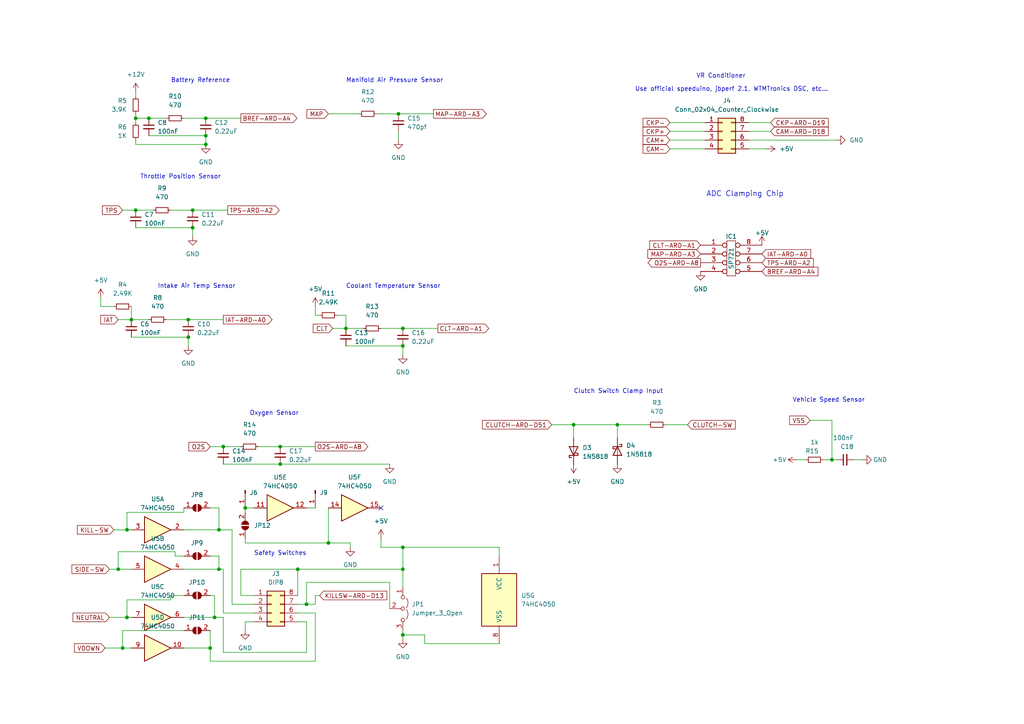
<source format=kicad_sch>
(kicad_sch (version 20211123) (generator eeschema)
  (paper "A4")
  (lib_symbols
    (symbol "4xxx:4050" (pin_names (offset 1.016))
      (property "Reference" "U" (at 0 1.27 0))
      (property "Value" "4050" (at 0 -1.27 0))
      (symbol "4050_1_0"
        (polyline (pts (xy -3.81 3.81) (xy -3.81 -3.81) (xy 3.81 0) (xy -3.81 3.81)) (stroke (width 0.254)) (fill (type background)))
        (pin output line (at 7.62 0 180) (length 3.81) (name "~") (number "2"))
        (pin input line (at -7.62 0 0) (length 3.81) (name "~") (number "3"))
      )
      (symbol "4050_2_0"
        (polyline (pts (xy -3.81 3.81) (xy -3.81 -3.81) (xy 3.81 0) (xy -3.81 3.81)) (stroke (width 0.254)) (fill (type background)))
        (pin output line (at 7.62 0 180) (length 3.81) (name "~") (number "4"))
        (pin input line (at -7.62 0 0) (length 3.81) (name "~") (number "5"))
      )
      (symbol "4050_3_0"
        (polyline (pts (xy -3.81 3.81) (xy -3.81 -3.81) (xy 3.81 0) (xy -3.81 3.81)) (stroke (width 0.254)) (fill (type background)))
        (pin output line (at 7.62 0 180) (length 3.81) (name "~") (number "6"))
        (pin input line (at -7.62 0 0) (length 3.81) (name "~") (number "7"))
      )
      (symbol "4050_4_0"
        (polyline (pts (xy -3.81 3.81) (xy -3.81 -3.81) (xy 3.81 0) (xy -3.81 3.81)) (stroke (width 0.254)) (fill (type background)))
        (pin output line (at 7.62 0 180) (length 3.81) (name "~") (number "10"))
        (pin input line (at -7.62 0 0) (length 3.81) (name "~") (number "9"))
      )
      (symbol "4050_5_0"
        (polyline (pts (xy -3.81 3.81) (xy -3.81 -3.81) (xy 3.81 0) (xy -3.81 3.81)) (stroke (width 0.254)) (fill (type background)))
        (pin input line (at -7.62 0 0) (length 3.81) (name "~") (number "11"))
        (pin output line (at 7.62 0 180) (length 3.81) (name "~") (number "12"))
      )
      (symbol "4050_6_0"
        (polyline (pts (xy -3.81 3.81) (xy -3.81 -3.81) (xy 3.81 0) (xy -3.81 3.81)) (stroke (width 0.254)) (fill (type background)))
        (pin input line (at -7.62 0 0) (length 3.81) (name "~") (number "14"))
        (pin output line (at 7.62 0 180) (length 3.81) (name "~") (number "15"))
      )
      (symbol "4050_7_0"
        (pin power_in line (at 0 12.7 270) (length 5.08) (name "VCC") (number "1"))
        (pin power_in line (at 0 -12.7 90) (length 5.08) (name "VSS") (number "8"))
      )
      (symbol "4050_7_1"
        (rectangle (start -5.08 7.62) (end 5.08 -7.62) (stroke (width 0.254)) (fill (type background)))
      )
    )
    (symbol "Connector:Conn_01x01_Male" (pin_names (offset 1.016) hide)
      (property "Reference" "J" (at 0 2.54 0))
      (property "Value" "Conn_01x01_Male" (at 0 -2.54 0))
      (symbol "Conn_01x01_Male_1_1"
        (polyline (pts (xy 1.27 0) (xy 0.8636 0)) (stroke (width 0.1524)))
        (rectangle (start 0.8636 0.127) (end 0 -0.127) (stroke (width 0.1524)) (fill (type outline)))
        (pin passive line (at 5.08 0 180) (length 3.81) (name "Pin_1") (number "1"))
      )
    )
    (symbol "Connector_Generic:Conn_02x04_Counter_Clockwise" (pin_names (offset 1.016) hide)
      (property "Reference" "J" (at 1.27 5.08 0))
      (property "Value" "Conn_02x04_Counter_Clockwise" (at 1.27 -7.62 0))
      (symbol "Conn_02x04_Counter_Clockwise_1_1"
        (rectangle (start -1.27 -4.953) (end 0 -5.207) (stroke (width 0.1524)))
        (rectangle (start -1.27 -2.413) (end 0 -2.667) (stroke (width 0.1524)))
        (rectangle (start -1.27 0.127) (end 0 -0.127) (stroke (width 0.1524)))
        (rectangle (start -1.27 2.667) (end 0 2.413) (stroke (width 0.1524)))
        (rectangle (start -1.27 3.81) (end 3.81 -6.35) (stroke (width 0.254)) (fill (type background)))
        (rectangle (start 3.81 -4.953) (end 2.54 -5.207) (stroke (width 0.1524)))
        (rectangle (start 3.81 -2.413) (end 2.54 -2.667) (stroke (width 0.1524)))
        (rectangle (start 3.81 0.127) (end 2.54 -0.127) (stroke (width 0.1524)))
        (rectangle (start 3.81 2.667) (end 2.54 2.413) (stroke (width 0.1524)))
        (pin passive line (at -5.08 2.54 0) (length 3.81) (name "Pin_1") (number "1"))
        (pin passive line (at -5.08 0 0) (length 3.81) (name "Pin_2") (number "2"))
        (pin passive line (at -5.08 -2.54 0) (length 3.81) (name "Pin_3") (number "3"))
        (pin passive line (at -5.08 -5.08 0) (length 3.81) (name "Pin_4") (number "4"))
        (pin passive line (at 7.62 -5.08 180) (length 3.81) (name "Pin_5") (number "5"))
        (pin passive line (at 7.62 -2.54 180) (length 3.81) (name "Pin_6") (number "6"))
        (pin passive line (at 7.62 0 180) (length 3.81) (name "Pin_7") (number "7"))
        (pin passive line (at 7.62 2.54 180) (length 3.81) (name "Pin_8") (number "8"))
      )
    )
    (symbol "Device:C_Small" (pin_numbers hide) (pin_names (offset 0.254) hide)
      (property "Reference" "C" (at 0.254 1.778 0))
      (property "Value" "C_Small" (at 0.254 -2.032 0))
      (symbol "C_Small_0_1"
        (polyline (pts (xy -1.524 -0.508) (xy 1.524 -0.508)) (stroke (width 0.3302)))
        (polyline (pts (xy -1.524 0.508) (xy 1.524 0.508)) (stroke (width 0.3048)))
      )
      (symbol "C_Small_1_1"
        (pin passive line (at 0 2.54 270) (length 2.032) (name "~") (number "1"))
        (pin passive line (at 0 -2.54 90) (length 2.032) (name "~") (number "2"))
      )
    )
    (symbol "Device:D_Schottky" (pin_numbers hide) (pin_names (offset 1.016) hide)
      (property "Reference" "D" (at 0 2.54 0))
      (property "Value" "D_Schottky" (at 0 -2.54 0))
      (symbol "D_Schottky_0_1"
        (polyline (pts (xy 1.27 0) (xy -1.27 0)))
        (polyline (pts (xy 1.27 1.27) (xy 1.27 -1.27) (xy -1.27 0) (xy 1.27 1.27)) (stroke (width 0.254)))
        (polyline (pts (xy -1.905 0.635) (xy -1.905 1.27) (xy -1.27 1.27) (xy -1.27 -1.27) (xy -0.635 -1.27) (xy -0.635 -0.635)) (stroke (width 0.254)))
      )
      (symbol "D_Schottky_1_1"
        (pin passive line (at -3.81 0 0) (length 2.54) (name "K") (number "1"))
        (pin passive line (at 3.81 0 180) (length 2.54) (name "A") (number "2"))
      )
    )
    (symbol "Device:R_Small" (pin_numbers hide) (pin_names (offset 0.254) hide)
      (property "Reference" "R" (at 0.762 0.508 0))
      (property "Value" "R_Small" (at 0.762 -1.016 0))
      (symbol "R_Small_0_1"
        (rectangle (start -0.762 1.778) (end 0.762 -1.778) (stroke (width 0.2032)))
      )
      (symbol "R_Small_1_1"
        (pin passive line (at 0 2.54 270) (length 0.762) (name "~") (number "1"))
        (pin passive line (at 0 -2.54 90) (length 0.762) (name "~") (number "2"))
      )
    )
    (symbol "Jumper:Jumper_3_Open" (pin_names (offset 0) hide)
      (property "Reference" "JP" (at -2.54 -2.54 0))
      (property "Value" "Jumper_3_Open" (at 0 2.794 0))
      (symbol "Jumper_3_Open_0_0"
        (circle (center -3.302 0) (radius 0.508))
        (circle (center 0 0) (radius 0.508))
        (circle (center 3.302 0) (radius 0.508))
      )
      (symbol "Jumper_3_Open_0_1"
        (arc (start -0.254 1.016) (mid -1.651 1.4992) (end -3.048 1.016))
        (polyline (pts (xy 0 -0.508) (xy 0 -1.27)))
        (arc (start 3.048 1.016) (mid 1.651 1.4992) (end 0.254 1.016))
      )
      (symbol "Jumper_3_Open_1_1"
        (pin passive line (at -6.35 0 0) (length 2.54) (name "A") (number "1"))
        (pin input line (at 0 -3.81 90) (length 2.54) (name "C") (number "2"))
        (pin passive line (at 6.35 0 180) (length 2.54) (name "B") (number "3"))
      )
    )
    (symbol "Jumper:SolderJumper_2_Open" (pin_names (offset 0) hide)
      (property "Reference" "JP" (at 0 2.032 0))
      (property "Value" "SolderJumper_2_Open" (at 0 -2.54 0))
      (symbol "SolderJumper_2_Open_0_1"
        (arc (start -0.254 1.016) (mid -1.27 0) (end -0.254 -1.016))
        (arc (start -0.254 1.016) (mid -1.27 0) (end -0.254 -1.016) (fill (type outline)))
        (polyline (pts (xy -0.254 1.016) (xy -0.254 -1.016)))
        (polyline (pts (xy 0.254 1.016) (xy 0.254 -1.016)))
        (arc (start 0.254 -1.016) (mid 1.27 0) (end 0.254 1.016))
        (arc (start 0.254 -1.016) (mid 1.27 0) (end 0.254 1.016) (fill (type outline)))
      )
      (symbol "SolderJumper_2_Open_1_1"
        (pin passive line (at -3.81 0 0) (length 2.54) (name "A") (number "1"))
        (pin passive line (at 3.81 0 180) (length 2.54) (name "B") (number "2"))
      )
    )
    (symbol "modules:DIL8" (pin_names (offset 1.016) hide)
      (property "Reference" "P" (at 0 6.35 0))
      (property "Value" "modules_DIL8" (at 0 0 90))
      (symbol "DIL8_0_1"
        (rectangle (start -1.27 5.08) (end 1.27 -5.08))
      )
      (symbol "DIL8_1_1"
        (pin passive inverted (at -8.89 3.81 0) (length 7.62) (name "P1") (number "1"))
        (pin passive inverted (at -8.89 1.27 0) (length 7.62) (name "P2") (number "2"))
        (pin passive inverted (at -8.89 -1.27 0) (length 7.62) (name "P3") (number "3"))
        (pin passive inverted (at -8.89 -3.81 0) (length 7.62) (name "P4") (number "4"))
        (pin passive inverted (at 8.89 -3.81 180) (length 7.62) (name "P5") (number "5"))
        (pin passive inverted (at 8.89 -1.27 180) (length 7.62) (name "P6") (number "6"))
        (pin passive inverted (at 8.89 1.27 180) (length 7.62) (name "P7") (number "7"))
        (pin passive inverted (at 8.89 3.81 180) (length 7.62) (name "P8") (number "8"))
      )
    )
    (symbol "power:+12V" (power) (pin_names (offset 0))
      (property "Value" "+12V" (at 0 3.556 0))
      (symbol "+12V_0_1"
        (polyline (pts (xy -0.762 1.27) (xy 0 2.54)))
        (polyline (pts (xy 0 0) (xy 0 2.54)))
        (polyline (pts (xy 0 2.54) (xy 0.762 1.27)))
      )
      (symbol "+12V_1_1"
        (pin power_in line (at 0 0 90) (length 0) hide (name "+12V") (number "1"))
      )
    )
    (symbol "power:+5V" (power) (pin_names (offset 0))
      (property "Value" "+5V" (at 0 3.556 0))
      (symbol "+5V_0_1"
        (polyline (pts (xy -0.762 1.27) (xy 0 2.54)))
        (polyline (pts (xy 0 0) (xy 0 2.54)))
        (polyline (pts (xy 0 2.54) (xy 0.762 1.27)))
      )
      (symbol "+5V_1_1"
        (pin power_in line (at 0 0 90) (length 0) hide (name "+5V") (number "1"))
      )
    )
    (symbol "power:GND" (power) (pin_names (offset 0))
      (property "Value" "GND" (at 0 -3.81 0))
      (symbol "GND_0_1"
        (polyline (pts (xy 0 0) (xy 0 -1.27) (xy 1.27 -1.27) (xy 0 -2.54) (xy -1.27 -1.27) (xy 0 -1.27)))
      )
      (symbol "GND_1_1"
        (pin power_in line (at 0 0 270) (length 0) hide (name "GND") (number "1"))
      )
    )
  )
  (junction (at 54.61 92.71))
  (junction (at 116.84 184.15))
  (junction (at 35.56 187.96))
  (junction (at 86.36 165.1))
  (junction (at 36.83 153.67))
  (junction (at 116.84 100.33))
  (junction (at 115.57 33.02))
  (junction (at 95.25 157.48))
  (junction (at 88.9 175.26))
  (junction (at 116.84 158.75))
  (junction (at 63.5 153.67))
  (junction (at 62.23 179.07))
  (junction (at 179.07 123.19))
  (junction (at 59.69 39.37))
  (junction (at 34.29 165.1))
  (junction (at 81.28 134.62))
  (junction (at 116.84 95.25))
  (junction (at 36.83 179.07))
  (junction (at 63.5 165.1))
  (junction (at 54.61 97.79))
  (junction (at 39.37 60.96))
  (junction (at 55.88 66.04))
  (junction (at 116.84 165.1))
  (junction (at 241.3 133.35))
  (junction (at 166.37 123.19))
  (junction (at 100.33 95.25))
  (junction (at 60.96 187.96))
  (junction (at 64.77 129.54))
  (junction (at 55.88 60.96))
  (junction (at 39.37 34.29))
  (junction (at 71.12 147.32))
  (junction (at 38.1 92.71))
  (junction (at 81.28 129.54))
  (junction (at 43.18 34.29))
  (junction (at 59.69 41.91))
  (junction (at 59.69 34.29))
  (no_connect (at 110.49 147.32))
  (wire (pts (xy 34.29 165.1) (xy 34.29 160.02)))
  (wire (pts (xy 62.23 179.07) (xy 64.77 179.07)))
  (wire (pts (xy 39.37 35.56) (xy 39.37 34.29)))
  (wire (pts (xy 59.69 34.29) (xy 69.85 34.29)))
  (wire (pts (xy 116.84 95.25) (xy 127 95.25)))
  (wire (pts (xy 36.83 153.67) (xy 36.83 148.59)))
  (wire (pts (xy 59.69 39.37) (xy 59.69 41.91)))
  (wire (pts (xy 241.3 121.92) (xy 241.3 133.35)))
  (wire (pts (xy 50.8 161.29) (xy 53.34 161.29)))
  (wire (pts (xy 247.65 133.35) (xy 250.19 133.35)))
  (wire (pts (xy 179.07 123.19) (xy 187.96 123.19)))
  (wire (pts (xy 36.83 148.59) (xy 53.34 148.59)))
  (wire (pts (xy 123.19 186.69) (xy 123.19 184.15)))
  (wire (pts (xy 91.44 175.26) (xy 91.44 172.72)))
  (wire (pts (xy 30.48 187.96) (xy 35.56 187.96)))
  (wire (pts (xy 116.84 165.1) (xy 116.84 170.18)))
  (wire (pts (xy 101.6 157.48) (xy 101.6 158.75)))
  (wire (pts (xy 35.56 187.96) (xy 38.1 187.96)))
  (wire (pts (xy 71.12 156.21) (xy 71.12 157.48)))
  (wire (pts (xy 64.77 179.07) (xy 64.77 189.23)))
  (wire (pts (xy 43.18 39.37) (xy 59.69 39.37)))
  (wire (pts (xy 194.31 43.18) (xy 204.47 43.18)))
  (wire (pts (xy 238.76 133.35) (xy 241.3 133.35)))
  (wire (pts (xy 100.33 95.25) (xy 105.41 95.25)))
  (wire (pts (xy 241.3 133.35) (xy 242.57 133.35)))
  (wire (pts (xy 91.44 177.8) (xy 86.36 177.8)))
  (wire (pts (xy 234.95 121.92) (xy 241.3 121.92)))
  (wire (pts (xy 53.34 34.29) (xy 59.69 34.29)))
  (wire (pts (xy 116.84 184.15) (xy 116.84 185.42)))
  (wire (pts (xy 166.37 123.19) (xy 179.07 123.19)))
  (wire (pts (xy 166.37 123.19) (xy 166.37 127)))
  (wire (pts (xy 50.8 160.02) (xy 50.8 161.29)))
  (wire (pts (xy 81.28 129.54) (xy 91.44 129.54)))
  (wire (pts (xy 217.17 43.18) (xy 222.25 43.18)))
  (wire (pts (xy 34.29 92.71) (xy 38.1 92.71)))
  (wire (pts (xy 54.61 92.71) (xy 64.77 92.71)))
  (wire (pts (xy 96.52 95.25) (xy 100.33 95.25)))
  (wire (pts (xy 54.61 97.79) (xy 54.61 100.33)))
  (wire (pts (xy 64.77 189.23) (xy 88.9 189.23)))
  (wire (pts (xy 86.36 172.72) (xy 86.36 165.1)))
  (wire (pts (xy 88.9 180.34) (xy 86.36 180.34)))
  (wire (pts (xy 88.9 168.91) (xy 88.9 175.26)))
  (wire (pts (xy 55.88 66.04) (xy 55.88 68.58)))
  (wire (pts (xy 39.37 40.64) (xy 39.37 41.91)))
  (wire (pts (xy 113.03 168.91) (xy 88.9 168.91)))
  (wire (pts (xy 35.56 182.88) (xy 53.34 182.88)))
  (wire (pts (xy 217.17 35.56) (xy 223.52 35.56)))
  (wire (pts (xy 60.96 161.29) (xy 63.5 161.29)))
  (wire (pts (xy 39.37 66.04) (xy 55.88 66.04)))
  (wire (pts (xy 113.03 176.53) (xy 113.03 168.91)))
  (wire (pts (xy 116.84 100.33) (xy 116.84 102.87)))
  (wire (pts (xy 49.53 173.99) (xy 36.83 173.99)))
  (wire (pts (xy 160.02 123.19) (xy 166.37 123.19)))
  (wire (pts (xy 53.34 172.72) (xy 49.53 172.72)))
  (wire (pts (xy 71.12 147.32) (xy 73.66 147.32)))
  (wire (pts (xy 144.78 158.75) (xy 144.78 161.29)))
  (wire (pts (xy 91.44 88.9) (xy 91.44 91.44)))
  (wire (pts (xy 64.77 134.62) (xy 81.28 134.62)))
  (wire (pts (xy 63.5 153.67) (xy 67.31 153.67)))
  (wire (pts (xy 31.75 165.1) (xy 34.29 165.1)))
  (wire (pts (xy 95.25 33.02) (xy 104.14 33.02)))
  (wire (pts (xy 48.26 92.71) (xy 54.61 92.71)))
  (wire (pts (xy 43.18 34.29) (xy 48.26 34.29)))
  (wire (pts (xy 34.29 165.1) (xy 38.1 165.1)))
  (wire (pts (xy 81.28 134.62) (xy 113.03 134.62)))
  (wire (pts (xy 64.77 165.1) (xy 64.77 177.8)))
  (wire (pts (xy 38.1 97.79) (xy 54.61 97.79)))
  (wire (pts (xy 100.33 91.44) (xy 100.33 95.25)))
  (wire (pts (xy 110.49 158.75) (xy 116.84 158.75)))
  (wire (pts (xy 49.53 172.72) (xy 49.53 173.99)))
  (wire (pts (xy 64.77 129.54) (xy 69.85 129.54)))
  (wire (pts (xy 67.31 175.26) (xy 73.66 175.26)))
  (wire (pts (xy 62.23 172.72) (xy 62.23 179.07)))
  (wire (pts (xy 63.5 165.1) (xy 64.77 165.1)))
  (wire (pts (xy 86.36 175.26) (xy 88.9 175.26)))
  (wire (pts (xy 217.17 38.1) (xy 223.52 38.1)))
  (wire (pts (xy 194.31 35.56) (xy 204.47 35.56)))
  (wire (pts (xy 60.96 147.32) (xy 63.5 147.32)))
  (wire (pts (xy 116.84 182.88) (xy 116.84 184.15)))
  (wire (pts (xy 110.49 156.21) (xy 110.49 158.75)))
  (wire (pts (xy 29.21 86.36) (xy 29.21 88.9)))
  (wire (pts (xy 86.36 165.1) (xy 116.84 165.1)))
  (wire (pts (xy 53.34 187.96) (xy 60.96 187.96)))
  (wire (pts (xy 53.34 153.67) (xy 63.5 153.67)))
  (wire (pts (xy 60.96 129.54) (xy 64.77 129.54)))
  (wire (pts (xy 95.25 147.32) (xy 95.25 157.48)))
  (wire (pts (xy 35.56 187.96) (xy 35.56 182.88)))
  (wire (pts (xy 63.5 161.29) (xy 63.5 165.1)))
  (wire (pts (xy 34.29 160.02) (xy 50.8 160.02)))
  (wire (pts (xy 144.78 186.69) (xy 123.19 186.69)))
  (wire (pts (xy 53.34 179.07) (xy 62.23 179.07)))
  (wire (pts (xy 100.33 100.33) (xy 116.84 100.33)))
  (wire (pts (xy 53.34 148.59) (xy 53.34 147.32)))
  (wire (pts (xy 110.49 95.25) (xy 116.84 95.25)))
  (wire (pts (xy 91.44 191.77) (xy 91.44 177.8)))
  (wire (pts (xy 91.44 172.72) (xy 92.71 172.72)))
  (wire (pts (xy 39.37 34.29) (xy 43.18 34.29)))
  (wire (pts (xy 71.12 180.34) (xy 73.66 180.34)))
  (wire (pts (xy 217.17 40.64) (xy 242.57 40.64)))
  (wire (pts (xy 88.9 175.26) (xy 91.44 175.26)))
  (wire (pts (xy 38.1 88.9) (xy 38.1 92.71)))
  (wire (pts (xy 67.31 153.67) (xy 67.31 175.26)))
  (wire (pts (xy 231.14 133.35) (xy 233.68 133.35)))
  (wire (pts (xy 49.53 60.96) (xy 55.88 60.96)))
  (wire (pts (xy 33.02 153.67) (xy 36.83 153.67)))
  (wire (pts (xy 39.37 60.96) (xy 44.45 60.96)))
  (wire (pts (xy 64.77 177.8) (xy 73.66 177.8)))
  (wire (pts (xy 115.57 33.02) (xy 125.73 33.02)))
  (wire (pts (xy 123.19 184.15) (xy 116.84 184.15)))
  (wire (pts (xy 88.9 189.23) (xy 88.9 180.34)))
  (wire (pts (xy 97.79 91.44) (xy 100.33 91.44)))
  (wire (pts (xy 69.85 172.72) (xy 69.85 165.1)))
  (wire (pts (xy 95.25 157.48) (xy 101.6 157.48)))
  (wire (pts (xy 74.93 129.54) (xy 81.28 129.54)))
  (wire (pts (xy 116.84 158.75) (xy 116.84 165.1)))
  (wire (pts (xy 73.66 172.72) (xy 69.85 172.72)))
  (wire (pts (xy 60.96 182.88) (xy 60.96 187.96)))
  (wire (pts (xy 91.44 91.44) (xy 92.71 91.44)))
  (wire (pts (xy 71.12 182.88) (xy 71.12 180.34)))
  (wire (pts (xy 194.31 38.1) (xy 204.47 38.1)))
  (wire (pts (xy 116.84 158.75) (xy 144.78 158.75)))
  (wire (pts (xy 69.85 165.1) (xy 86.36 165.1)))
  (wire (pts (xy 31.75 179.07) (xy 36.83 179.07)))
  (wire (pts (xy 60.96 187.96) (xy 60.96 191.77)))
  (wire (pts (xy 55.88 60.96) (xy 66.04 60.96)))
  (wire (pts (xy 194.31 40.64) (xy 204.47 40.64)))
  (wire (pts (xy 63.5 147.32) (xy 63.5 153.67)))
  (wire (pts (xy 71.12 148.59) (xy 71.12 147.32)))
  (wire (pts (xy 35.56 60.96) (xy 39.37 60.96)))
  (wire (pts (xy 60.96 172.72) (xy 62.23 172.72)))
  (wire (pts (xy 39.37 26.67) (xy 39.37 27.94)))
  (wire (pts (xy 88.9 147.32) (xy 91.44 147.32)))
  (wire (pts (xy 71.12 157.48) (xy 95.25 157.48)))
  (wire (pts (xy 38.1 92.71) (xy 43.18 92.71)))
  (wire (pts (xy 39.37 41.91) (xy 59.69 41.91)))
  (wire (pts (xy 36.83 179.07) (xy 38.1 179.07)))
  (wire (pts (xy 193.04 123.19) (xy 199.39 123.19)))
  (wire (pts (xy 109.22 33.02) (xy 115.57 33.02)))
  (wire (pts (xy 179.07 127) (xy 179.07 123.19)))
  (wire (pts (xy 29.21 88.9) (xy 33.02 88.9)))
  (wire (pts (xy 36.83 173.99) (xy 36.83 179.07)))
  (wire (pts (xy 36.83 153.67) (xy 38.1 153.67)))
  (wire (pts (xy 115.57 38.1) (xy 115.57 40.64)))
  (wire (pts (xy 60.96 191.77) (xy 91.44 191.77)))
  (wire (pts (xy 53.34 165.1) (xy 63.5 165.1)))
  (wire (pts (xy 39.37 33.02) (xy 39.37 34.29)))
  (text "Throttle Position Sensor" (at 40.64 52.07 0) (effects (font (size 1.27 1.27)) (justify left bottom)))
  (text "Coolant Temperature Sensor" (at 100.33 83.82 0) (effects (font (size 1.27 1.27)) (justify left bottom)))
  (text "Clutch Switch Clamp Input" (at 166.37 114.3 0) (effects (font (size 1.27 1.27)) (justify left bottom)))
  (text "Intake Air Temp Sensor" (at 45.72 83.82 0) (effects (font (size 1.27 1.27)) (justify left bottom)))
  (text "Manifold Air Pressure Sensor" (at 100.33 24.13 0) (effects (font (size 1.27 1.27)) (justify left bottom)))
  (text "Safety Switches" (at 73.66 161.29 0) (effects (font (size 1.27 1.27)) (justify left bottom)))
  (text "VR Conditioner" (at 201.93 22.86 0) (effects (font (size 1.27 1.27)) (justify left bottom)))
  (text "Vehicle Speed Sensor" (at 229.87 116.84 0) (effects (font (size 1.27 1.27)) (justify left bottom)))
  (text "Battery Reference" (at 49.53 24.13 0) (effects (font (size 1.27 1.27)) (justify left bottom)))
  (text "Use official speeduino, jbperf 2.1, WTMTronics DSC, etc..." (at 184.15 26.67 0) (effects (font (size 1.27 1.27)) (justify left bottom)))
  (text "ADC Clamping Chip\n\n" (at 227.33 59.69 180) (effects (font (size 1.524 1.524)) (justify right bottom)))
  (text "Oxygen Sensor" (at 72.39 120.65 0) (effects (font (size 1.27 1.27)) (justify left bottom)))
  (global_label "MAP-ARD-A3" (shape input) (at 203.2 73.66 180) (property "Intersheet References" "${INTERSHEET_REFS}" (effects hide)))
  (global_label "NEUTRAL" (shape input) (at 31.75 179.07 180) (property "Intersheet References" "${INTERSHEET_REFS}" (effects hide)))
  (global_label "CLT-ARD-A1" (shape input) (at 203.2 71.12 180) (property "Intersheet References" "${INTERSHEET_REFS}" (effects hide)))
  (global_label "SIDE-SW" (shape input) (at 31.75 165.1 180) (property "Intersheet References" "${INTERSHEET_REFS}" (effects hide)))
  (global_label "CAM-ARD-D18" (shape input) (at 223.52 38.1 0) (property "Intersheet References" "${INTERSHEET_REFS}" (effects hide)))
  (global_label "CKP+" (shape input) (at 194.31 38.1 180) (property "Intersheet References" "${INTERSHEET_REFS}" (effects hide)))
  (global_label "O2S" (shape input) (at 60.96 129.54 180) (property "Intersheet References" "${INTERSHEET_REFS}" (effects hide)))
  (global_label "BREF-ARD-A4" (shape output) (at 69.85 34.29 0) (property "Intersheet References" "${INTERSHEET_REFS}" (effects hide)))
  (global_label "CAM+" (shape input) (at 194.31 40.64 180) (property "Intersheet References" "${INTERSHEET_REFS}" (effects hide)))
  (global_label "CKP-ARD-D19" (shape input) (at 223.52 35.56 0) (property "Intersheet References" "${INTERSHEET_REFS}" (effects hide)))
  (global_label "CLT" (shape input) (at 96.52 95.25 180) (property "Intersheet References" "${INTERSHEET_REFS}" (effects hide)))
  (global_label "MAP-ARD-A3" (shape output) (at 125.73 33.02 0) (property "Intersheet References" "${INTERSHEET_REFS}" (effects hide)))
  (global_label "TPS-ARD-A2" (shape input) (at 220.98 76.2 0) (property "Intersheet References" "${INTERSHEET_REFS}" (effects hide)))
  (global_label "VDOWN" (shape input) (at 30.48 187.96 180) (property "Intersheet References" "${INTERSHEET_REFS}" (effects hide)))
  (global_label "TPS-ARD-A2" (shape output) (at 66.04 60.96 0) (property "Intersheet References" "${INTERSHEET_REFS}" (effects hide)))
  (global_label "CKP-" (shape input) (at 194.31 35.56 180) (property "Intersheet References" "${INTERSHEET_REFS}" (effects hide)))
  (global_label "O2S-ARD-A8" (shape output) (at 91.44 129.54 0) (property "Intersheet References" "${INTERSHEET_REFS}" (effects hide)))
  (global_label "CLUTCH-ARD-D51" (shape input) (at 160.02 123.19 180) (property "Intersheet References" "${INTERSHEET_REFS}" (effects hide)))
  (global_label "IAT-ARD-A0" (shape input) (at 220.98 73.66 0) (property "Intersheet References" "${INTERSHEET_REFS}" (effects hide)))
  (global_label "CAM-" (shape input) (at 194.31 43.18 180) (property "Intersheet References" "${INTERSHEET_REFS}" (effects hide)))
  (global_label "CLT-ARD-A1" (shape output) (at 127 95.25 0) (property "Intersheet References" "${INTERSHEET_REFS}" (effects hide)))
  (global_label "KILLSW-ARD-D13" (shape input) (at 92.71 172.72 0) (property "Intersheet References" "${INTERSHEET_REFS}" (effects hide)))
  (global_label "IAT-ARD-A0" (shape output) (at 64.77 92.71 0) (property "Intersheet References" "${INTERSHEET_REFS}" (effects hide)))
  (global_label "BREF-ARD-A4" (shape input) (at 220.98 78.74 0) (property "Intersheet References" "${INTERSHEET_REFS}" (effects hide)))
  (global_label "VSS" (shape input) (at 234.95 121.92 180) (property "Intersheet References" "${INTERSHEET_REFS}" (effects hide)))
  (global_label "CLUTCH-SW" (shape input) (at 199.39 123.19 0) (property "Intersheet References" "${INTERSHEET_REFS}" (effects hide)))
  (global_label "MAP" (shape input) (at 95.25 33.02 180) (property "Intersheet References" "${INTERSHEET_REFS}" (effects hide)))
  (global_label "KILL-SW" (shape input) (at 33.02 153.67 180) (property "Intersheet References" "${INTERSHEET_REFS}" (effects hide)))
  (global_label "O2S-ARD-A8" (shape output) (at 203.2 76.2 180) (property "Intersheet References" "${INTERSHEET_REFS}" (effects hide)))
  (global_label "IAT" (shape input) (at 34.29 92.71 180) (property "Intersheet References" "${INTERSHEET_REFS}" (effects hide)))
  (global_label "TPS" (shape input) (at 35.56 60.96 180) (property "Intersheet References" "${INTERSHEET_REFS}" (effects hide)))
  (symbol (lib_id "modules:DIL8") (at 212.09 74.93 0) (unit 1)
    (property "Reference" "IC1" (at 212.09 68.58 0))
    (property "Value" "SP721" (at 212.09 74.93 90))
    (property "Footprint" "Package_DIP:DIP-8_W7.62mm" (effects hide))
  )
  (symbol (lib_id "power:+12V") (at 39.37 26.67 0) (unit 1)
    (property "Reference" "#PWR018" (effects hide))
    (property "Value" "+12V" (at 39.37 21.59 0))
  )
  (symbol (lib_id "power:+5V") (at 29.21 86.36 0) (unit 1)
    (property "Reference" "#PWR017" (effects hide))
    (property "Value" "+5V" (at 29.21 81.28 0))
  )
  (symbol (lib_id "Device:C_Small") (at 245.11 133.35 90) (unit 1)
    (property "Reference" "C18" (at 247.65 129.5338 90) (effects (justify left)))
    (property "Value" "100nF" (at 247.65 126.9938 90) (effects (justify left)))
    (property "Footprint" "Capacitor_THT:C_Disc_D5.0mm_W2.5mm_P2.50mm" (effects hide))
    (property "Digikey" "311-1140-1-ND" (effects hide))
    (property "Manufacturer_Name" "Yageo" (effects hide))
    (property "Manufacturer_Part_Number" "CC0805KRX7R9BB104" (effects hide))
  )
  (symbol (lib_id "4xxx:4050") (at 45.72 153.67 0) (unit 1)
    (property "Reference" "U5" (at 45.72 144.78 0))
    (property "Value" "74HC4050" (at 45.72 147.32 0))
    (property "Footprint" "Package_DIP:DIP-16_W7.62mm_LongPads" (effects hide))
    (property "Datasheet" "http://www.intersil.com/content/dam/intersil/documents/cd40/cd4050bms.pdf" (effects hide))
  )
  (symbol (lib_id "Connector_Generic:Conn_02x04_Counter_Clockwise") (at 78.74 175.26 0) (unit 1)
    (property "Reference" "J3" (at 80.01 166.37 0))
    (property "Value" "DIP8" (at 80.01 168.91 0))
    (property "Footprint" "Package_DIP:DIP-8_W7.62mm_Socket" (effects hide))
  )
  (symbol (lib_id "4xxx:4050") (at 45.72 179.07 0) (unit 3)
    (property "Reference" "U5" (at 45.72 170.18 0))
    (property "Value" "74HC4050" (at 45.72 172.72 0))
    (property "Footprint" "Package_DIP:DIP-16_W7.62mm_LongPads" (effects hide))
    (property "Datasheet" "http://www.intersil.com/content/dam/intersil/documents/cd40/cd4050bms.pdf" (effects hide))
  )
  (symbol (lib_id "Device:C_Small") (at 55.88 63.5 0) (unit 1)
    (property "Reference" "C11" (at 58.42 62.2362 0) (effects (justify left)))
    (property "Value" "0.22uF" (at 58.42 64.7762 0) (effects (justify left)))
    (property "Footprint" "Capacitor_THT:C_Disc_D5.0mm_W2.5mm_P2.50mm" (effects hide))
  )
  (symbol (lib_id "Jumper:SolderJumper_2_Open") (at 57.15 161.29 0) (unit 1)
    (property "Reference" "JP9" (at 57.15 157.48 0))
    (property "Value" "SolderJumper_2_Open" (effects hide))
    (property "Footprint" "Jumper:SolderJumper-2_P1.3mm_Open_RoundedPad1.0x1.5mm" (effects hide))
  )
  (symbol (lib_id "Device:R_Small") (at 72.39 129.54 90) (unit 1)
    (property "Reference" "R14" (at 72.39 123.19 90))
    (property "Value" "470" (at 72.39 125.73 90))
    (property "Footprint" "Resistor_THT:R_Axial_DIN0204_L3.6mm_D1.6mm_P5.08mm_Horizontal" (effects hide))
  )
  (symbol (lib_id "power:GND") (at 250.19 133.35 90) (unit 1)
    (property "Reference" "#PWR037" (effects hide))
    (property "Value" "GND" (at 255.27 133.35 90))
  )
  (symbol (lib_id "power:+5V") (at 110.49 156.21 0) (unit 1)
    (property "Reference" "#PWR025" (effects hide))
    (property "Value" "+5V" (at 110.49 151.13 0))
  )
  (symbol (lib_id "power:GND") (at 116.84 185.42 0) (unit 1)
    (property "Reference" "#PWR028" (effects hide))
    (property "Value" "GND" (at 116.84 190.5 0))
  )
  (symbol (lib_id "Device:R_Small") (at 46.99 60.96 90) (unit 1)
    (property "Reference" "R9" (at 46.99 54.61 90))
    (property "Value" "470" (at 46.99 57.15 90))
    (property "Footprint" "Resistor_THT:R_Axial_DIN0204_L3.6mm_D1.6mm_P5.08mm_Horizontal" (effects hide))
  )
  (symbol (lib_id "Jumper:SolderJumper_2_Open") (at 57.15 182.88 0) (unit 1)
    (property "Reference" "JP11" (at 57.15 179.07 0))
    (property "Value" "SolderJumper_2_Open" (effects hide))
    (property "Footprint" "Jumper:SolderJumper-2_P1.3mm_Open_RoundedPad1.0x1.5mm" (effects hide))
  )
  (symbol (lib_id "power:GND") (at 59.69 41.91 0) (unit 1)
    (property "Reference" "#PWR022" (effects hide))
    (property "Value" "GND" (at 59.69 46.99 0))
  )
  (symbol (lib_id "4xxx:4050") (at 45.72 187.96 0) (unit 4)
    (property "Reference" "U5" (at 45.72 179.07 0))
    (property "Value" "74HC4050" (at 45.72 181.61 0))
    (property "Footprint" "Package_DIP:DIP-16_W7.62mm_LongPads" (effects hide))
    (property "Datasheet" "http://www.intersil.com/content/dam/intersil/documents/cd40/cd4050bms.pdf" (effects hide))
  )
  (symbol (lib_id "power:GND") (at 55.88 68.58 0) (unit 1)
    (property "Reference" "#PWR021" (effects hide))
    (property "Value" "GND" (at 55.88 73.66 0))
  )
  (symbol (lib_id "power:GND") (at 101.6 158.75 0) (unit 1)
    (property "Reference" "#PWR016" (effects hide))
    (property "Value" "GND" (at 101.6 163.83 0))
  )
  (symbol (lib_id "Device:R_Small") (at 106.68 33.02 90) (unit 1)
    (property "Reference" "R12" (at 106.68 26.67 90))
    (property "Value" "470" (at 106.68 29.21 90))
    (property "Footprint" "Resistor_THT:R_Axial_DIN0204_L3.6mm_D1.6mm_P5.08mm_Horizontal" (effects hide))
  )
  (symbol (lib_id "Connector:Conn_01x01_Male") (at 71.12 142.24 270) (unit 1)
    (property "Reference" "J6" (at 72.39 142.8749 90) (effects (justify left)))
    (property "Value" "Conn_01x01_Male" (effects hide))
    (property "Footprint" "Connector_PinHeader_2.54mm:PinHeader_1x01_P2.54mm_Vertical" (effects hide))
  )
  (symbol (lib_id "Device:R_Small") (at 236.22 133.35 90) (unit 1)
    (property "Reference" "R15" (at 237.49 130.8101 90) (effects (justify left)))
    (property "Value" "1k" (at 237.49 128.2701 90) (effects (justify left)))
    (property "Footprint" "Resistor_THT:R_Axial_DIN0204_L3.6mm_D1.6mm_P5.08mm_Horizontal" (effects hide))
  )
  (symbol (lib_id "Device:R_Small") (at 39.37 38.1 0) (mirror x) (unit 1)
    (property "Reference" "R6" (at 36.83 36.8299 0) (effects (justify right)))
    (property "Value" "1K" (at 36.83 39.3699 0) (effects (justify right)))
    (property "Footprint" "Resistor_THT:R_Axial_DIN0204_L3.6mm_D1.6mm_P5.08mm_Horizontal" (effects hide))
  )
  (symbol (lib_id "Jumper:SolderJumper_2_Open") (at 57.15 172.72 0) (unit 1)
    (property "Reference" "JP10" (at 57.15 168.91 0))
    (property "Value" "SolderJumper_2_Open" (effects hide))
    (property "Footprint" "Jumper:SolderJumper-2_P1.3mm_Open_RoundedPad1.0x1.5mm" (effects hide))
  )
  (symbol (lib_id "power:GND") (at 71.12 182.88 0) (unit 1)
    (property "Reference" "#PWR023" (effects hide))
    (property "Value" "GND" (at 71.12 187.96 0))
  )
  (symbol (lib_id "4xxx:4050") (at 45.72 165.1 0) (unit 2)
    (property "Reference" "U5" (at 45.72 156.21 0))
    (property "Value" "74HC4050" (at 45.72 158.75 0))
    (property "Footprint" "Package_DIP:DIP-16_W7.62mm_LongPads" (effects hide))
    (property "Datasheet" "http://www.intersil.com/content/dam/intersil/documents/cd40/cd4050bms.pdf" (effects hide))
  )
  (symbol (lib_id "Device:R_Small") (at 35.56 88.9 90) (unit 1)
    (property "Reference" "R4" (at 35.56 82.55 90))
    (property "Value" "2.49K" (at 35.56 85.09 90))
    (property "Footprint" "Resistor_THT:R_Axial_DIN0204_L3.6mm_D1.6mm_P5.08mm_Horizontal" (effects hide))
  )
  (symbol (lib_id "Jumper:Jumper_3_Open") (at 116.84 176.53 270) (unit 1)
    (property "Reference" "JP1" (at 119.38 175.2599 90) (effects (justify left)))
    (property "Value" "Jumper_3_Open" (at 119.38 177.7999 90) (effects (justify left)))
    (property "Footprint" "Connector_PinHeader_2.54mm:PinHeader_1x03_P2.54mm_Vertical" (effects hide))
  )
  (symbol (lib_id "Device:C_Small") (at 39.37 63.5 0) (unit 1)
    (property "Reference" "C7" (at 41.91 62.2362 0) (effects (justify left)))
    (property "Value" "100nF" (at 41.91 64.7762 0) (effects (justify left)))
    (property "Footprint" "Capacitor_THT:C_Disc_D5.0mm_W2.5mm_P2.50mm" (effects hide))
  )
  (symbol (lib_id "Device:R_Small") (at 39.37 30.48 0) (mirror x) (unit 1)
    (property "Reference" "R5" (at 36.83 29.2099 0) (effects (justify right)))
    (property "Value" "3.9K" (at 36.83 31.7499 0) (effects (justify right)))
    (property "Footprint" "Resistor_THT:R_Axial_DIN0204_L3.6mm_D1.6mm_P5.08mm_Horizontal" (effects hide))
  )
  (symbol (lib_id "Device:C_Small") (at 116.84 97.79 0) (unit 1)
    (property "Reference" "C16" (at 119.38 96.5262 0) (effects (justify left)))
    (property "Value" "0.22uF" (at 119.38 99.0662 0) (effects (justify left)))
    (property "Footprint" "Capacitor_THT:C_Disc_D5.0mm_W2.5mm_P2.50mm" (effects hide))
  )
  (symbol (lib_id "Device:D_Schottky") (at 179.07 130.81 270) (unit 1)
    (property "Reference" "D4" (at 181.61 129.2224 90) (effects (justify left)))
    (property "Value" "1N5818" (at 181.61 131.7624 90) (effects (justify left)))
    (property "Footprint" "Diode_THT:D_DO-41_SOD81_P7.62mm_Horizontal" (effects hide))
  )
  (symbol (lib_id "Jumper:SolderJumper_2_Open") (at 57.15 147.32 0) (unit 1)
    (property "Reference" "JP8" (at 57.15 143.51 0))
    (property "Value" "SolderJumper_2_Open" (effects hide))
    (property "Footprint" "Jumper:SolderJumper-2_P1.3mm_Open_RoundedPad1.0x1.5mm" (effects hide))
  )
  (symbol (lib_id "Device:R_Small") (at 95.25 91.44 90) (unit 1)
    (property "Reference" "R11" (at 95.25 85.09 90))
    (property "Value" "2.49K" (at 95.25 87.63 90))
    (property "Footprint" "Resistor_THT:R_Axial_DIN0204_L3.6mm_D1.6mm_P5.08mm_Horizontal" (effects hide))
  )
  (symbol (lib_id "power:+5V") (at 231.14 133.35 90) (unit 1)
    (property "Reference" "#PWR035" (effects hide))
    (property "Value" "+5V" (at 226.06 133.35 90))
  )
  (symbol (lib_id "Device:R_Small") (at 107.95 95.25 90) (unit 1)
    (property "Reference" "R13" (at 107.95 88.9 90))
    (property "Value" "470" (at 107.95 91.44 90))
    (property "Footprint" "Resistor_THT:R_Axial_DIN0204_L3.6mm_D1.6mm_P5.08mm_Horizontal" (effects hide))
  )
  (symbol (lib_id "Device:C_Small") (at 81.28 132.08 0) (unit 1)
    (property "Reference" "C17" (at 83.82 130.8162 0) (effects (justify left)))
    (property "Value" "0.22uF" (at 83.82 133.3562 0) (effects (justify left)))
    (property "Footprint" "Capacitor_THT:C_Disc_D5.0mm_W2.5mm_P2.50mm" (effects hide))
  )
  (symbol (lib_id "Device:C_Small") (at 54.61 95.25 0) (unit 1)
    (property "Reference" "C10" (at 57.15 93.9862 0) (effects (justify left)))
    (property "Value" "0.22uF" (at 57.15 96.5262 0) (effects (justify left)))
    (property "Footprint" "Capacitor_THT:C_Disc_D5.0mm_W2.5mm_P2.50mm" (effects hide))
  )
  (symbol (lib_id "Device:C_Small") (at 115.57 35.56 0) (unit 1)
    (property "Reference" "C15" (at 118.11 34.2962 0) (effects (justify left)))
    (property "Value" "470pf" (at 118.11 36.8362 0) (effects (justify left)))
    (property "Footprint" "Capacitor_THT:C_Disc_D5.0mm_W2.5mm_P2.50mm" (effects hide))
  )
  (symbol (lib_id "Connector:Conn_01x01_Male") (at 91.44 142.24 270) (unit 1)
    (property "Reference" "J9" (at 92.71 142.8749 90) (effects (justify left)))
    (property "Value" "Conn_01x01_Male" (effects hide))
    (property "Footprint" "Connector_PinHeader_2.54mm:PinHeader_1x01_P2.54mm_Vertical" (effects hide))
  )
  (symbol (lib_id "power:GND") (at 115.57 40.64 0) (unit 1)
    (property "Reference" "#PWR026" (effects hide))
    (property "Value" "GND" (at 115.57 45.72 0))
  )
  (symbol (lib_id "4xxx:4050") (at 102.87 147.32 0) (unit 6)
    (property "Reference" "U5" (at 102.87 138.43 0))
    (property "Value" "74HC4050" (at 102.87 140.97 0))
    (property "Footprint" "Package_DIP:DIP-16_W7.62mm_LongPads" (effects hide))
    (property "Datasheet" "http://www.intersil.com/content/dam/intersil/documents/cd40/cd4050bms.pdf" (effects hide))
  )
  (symbol (lib_id "4xxx:4050") (at 81.28 147.32 0) (unit 5)
    (property "Reference" "U5" (at 81.28 138.43 0))
    (property "Value" "74HC4050" (at 81.28 140.97 0))
    (property "Footprint" "Package_DIP:DIP-16_W7.62mm_LongPads" (effects hide))
    (property "Datasheet" "http://www.intersil.com/content/dam/intersil/documents/cd40/cd4050bms.pdf" (effects hide))
  )
  (symbol (lib_id "power:+5V") (at 166.37 134.62 180) (unit 1)
    (property "Reference" "#PWR030" (effects hide))
    (property "Value" "+5V" (at 166.37 139.7 0))
  )
  (symbol (lib_id "power:GND") (at 113.03 134.62 0) (unit 1)
    (property "Reference" "#PWR029" (effects hide))
    (property "Value" "GND" (at 113.03 139.7 0))
  )
  (symbol (lib_id "Device:D_Schottky") (at 166.37 130.81 90) (unit 1)
    (property "Reference" "D3" (at 168.91 129.8574 90) (effects (justify right)))
    (property "Value" "1N5818" (at 168.91 132.3974 90) (effects (justify right)))
    (property "Footprint" "Diode_THT:D_DO-41_SOD81_P7.62mm_Horizontal" (effects hide))
  )
  (symbol (lib_id "power:+5V") (at 222.25 43.18 270) (unit 1)
    (property "Reference" "#PWR034" (effects hide))
    (property "Value" "+5V" (at 226.06 43.1799 90) (effects (justify left)))
  )
  (symbol (lib_id "Device:C_Small") (at 59.69 36.83 180) (unit 1)
    (property "Reference" "C12" (at 62.23 35.5535 0) (effects (justify right)))
    (property "Value" "0.22uF" (at 62.23 38.0935 0) (effects (justify right)))
    (property "Footprint" "Capacitor_THT:C_Disc_D5.0mm_W2.5mm_P2.50mm" (effects hide))
  )
  (symbol (lib_id "Jumper:SolderJumper_2_Open") (at 71.12 152.4 90) (unit 1)
    (property "Reference" "JP12" (at 73.66 152.3999 90) (effects (justify right)))
    (property "Value" "SolderJumper_2_Open" (effects hide))
    (property "Footprint" "Jumper:SolderJumper-2_P1.3mm_Open_RoundedPad1.0x1.5mm" (effects hide))
  )
  (symbol (lib_id "Device:C_Small") (at 38.1 95.25 0) (unit 1)
    (property "Reference" "C6" (at 40.64 93.9862 0) (effects (justify left)))
    (property "Value" "100nF" (at 40.64 96.5262 0) (effects (justify left)))
    (property "Footprint" "Capacitor_THT:C_Disc_D5.0mm_W2.5mm_P2.50mm" (effects hide))
  )
  (symbol (lib_id "power:+5V") (at 220.98 71.12 0) (unit 1)
    (property "Reference" "#PWR033" (effects hide))
    (property "Value" "+5V" (at 220.98 67.564 0))
  )
  (symbol (lib_id "power:GND") (at 54.61 100.33 0) (unit 1)
    (property "Reference" "#PWR020" (effects hide))
    (property "Value" "GND" (at 54.61 105.41 0))
  )
  (symbol (lib_id "Connector_Generic:Conn_02x04_Counter_Clockwise") (at 209.55 38.1 0) (unit 1)
    (property "Reference" "J4" (at 210.82 29.21 0))
    (property "Value" "Conn_02x04_Counter_Clockwise" (at 210.82 31.75 0))
    (property "Footprint" "mega_2560:vr_conditioner" (effects hide))
  )
  (symbol (lib_id "power:GND") (at 179.07 134.62 0) (unit 1)
    (property "Reference" "#PWR031" (effects hide))
    (property "Value" "GND" (at 179.07 139.7 0))
  )
  (symbol (lib_id "Device:C_Small") (at 43.18 36.83 0) (unit 1)
    (property "Reference" "C8" (at 45.72 35.5662 0) (effects (justify left)))
    (property "Value" "100nF" (at 45.72 38.1062 0) (effects (justify left)))
    (property "Footprint" "Capacitor_THT:C_Disc_D5.0mm_W2.5mm_P2.50mm" (effects hide))
  )
  (symbol (lib_id "power:+5V") (at 91.44 88.9 0) (unit 1)
    (property "Reference" "#PWR024" (effects hide))
    (property "Value" "+5V" (at 91.44 83.82 0))
  )
  (symbol (lib_id "Device:R_Small") (at 190.5 123.19 90) (unit 1)
    (property "Reference" "R3" (at 190.5 116.84 90))
    (property "Value" "470" (at 190.5 119.38 90))
    (property "Footprint" "Resistor_THT:R_Axial_DIN0204_L3.6mm_D1.6mm_P5.08mm_Horizontal" (effects hide))
  )
  (symbol (lib_id "power:GND") (at 116.84 102.87 0) (unit 1)
    (property "Reference" "#PWR027" (effects hide))
    (property "Value" "GND" (at 116.84 107.95 0))
  )
  (symbol (lib_id "Device:C_Small") (at 64.77 132.08 0) (unit 1)
    (property "Reference" "C14" (at 67.31 130.8162 0) (effects (justify left)))
    (property "Value" "100nF" (at 67.31 133.3562 0) (effects (justify left)))
    (property "Footprint" "Capacitor_THT:C_Disc_D5.0mm_W2.5mm_P2.50mm" (effects hide))
  )
  (symbol (lib_id "Device:R_Small") (at 50.8 34.29 90) (unit 1)
    (property "Reference" "R10" (at 50.8 27.94 90))
    (property "Value" "470" (at 50.8 30.48 90))
    (property "Footprint" "Resistor_THT:R_Axial_DIN0204_L3.6mm_D1.6mm_P5.08mm_Horizontal" (effects hide))
  )
  (symbol (lib_id "Device:R_Small") (at 45.72 92.71 90) (unit 1)
    (property "Reference" "R8" (at 45.72 86.36 90))
    (property "Value" "470" (at 45.72 88.9 90))
    (property "Footprint" "Resistor_THT:R_Axial_DIN0204_L3.6mm_D1.6mm_P5.08mm_Horizontal" (effects hide))
  )
  (symbol (lib_id "4xxx:4050") (at 144.78 173.99 0) (unit 7)
    (property "Reference" "U5" (at 151.13 172.7199 0) (effects (justify left)))
    (property "Value" "74HC4050" (at 151.13 175.2599 0) (effects (justify left)))
    (property "Footprint" "Package_DIP:DIP-16_W7.62mm_LongPads" (effects hide))
    (property "Datasheet" "http://www.intersil.com/content/dam/intersil/documents/cd40/cd4050bms.pdf" (effects hide))
  )
  (symbol (lib_id "power:GND") (at 242.57 40.64 90) (unit 1)
    (property "Reference" "#PWR036" (effects hide))
    (property "Value" "GND" (at 246.38 40.6399 90) (effects (justify right)))
  )
  (symbol (lib_id "Device:C_Small") (at 100.33 97.79 0) (unit 1)
    (property "Reference" "C13" (at 102.87 96.5262 0) (effects (justify left)))
    (property "Value" "100nF" (at 102.87 99.0662 0) (effects (justify left)))
    (property "Footprint" "Capacitor_THT:C_Disc_D5.0mm_W2.5mm_P2.50mm" (effects hide))
  )
  (symbol (lib_id "power:GND") (at 203.2 78.74 0) (unit 1)
    (property "Reference" "#PWR032" (effects hide))
    (property "Value" "GND" (at 203.2 83.82 0))
  )
)
</source>
